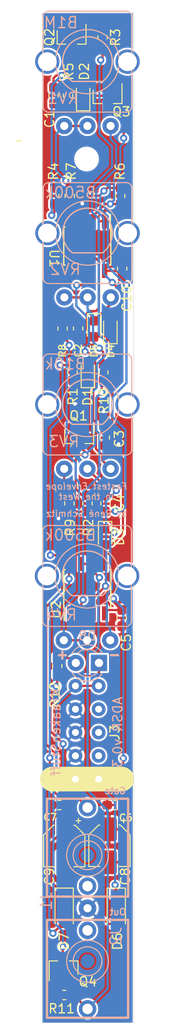
<source format=kicad_pcb>
(kicad_pcb (version 20240108) (generator "pcbnew") (generator_version "8.0")
  (layers (0 "F.Cu" signal) (31 "B.Cu" signal) (34 "B.Paste" user) (35 "F.Paste" user) (36 "B.SilkS" user "B.Silkscreen") (37 "F.SilkS" user "F.Silkscreen") (38 "B.Mask" user) (39 "F.Mask" user) (44 "Edge.Cuts" user))
  (net 0 "")
  (net 1 "Net-(C1-Pad1)")
  (net 2 "Net-(C1-Pad2)")
  (net 3 "GND")
  (net 4 "Net-(C2-Pad2)")
  (net 5 "Net-(C3-Pad2)")
  (net 6 "+12V")
  (net 7 "-12V")
  (net 8 "Net-(D1-Pad1)")
  (net 9 "Net-(D3-Pad1)")
  (net 10 "Net-(D4-Pad2)")
  (net 11 "Net-(D5-Pad1)")
  (net 12 "Net-(J1-PadT)")
  (net 13 "Net-(J1-PadTN)")
  (net 14 "Net-(J2-PadTN)")
  (net 15 "Net-(J2-PadT)")
  (net 16 "Net-(Q1-Pad3)")
  (net 17 "Net-(Q2-Pad1)")
  (net 18 "Net-(Q3-Pad3)")
  (net 19 "Net-(Q3-Pad1)")
  (net 20 "Net-(R7-Pad2)")
  (net 21 "Net-(R7-Pad1)")
  (net 22 "Net-(R8-Pad1)")
  (net 23 "Net-(R10-Pad1)")
  (net 24 "Net-(R10-Pad2)")
  (net 25 "Net-(RV3-Pad2)")
  (net 26 "Net-(RV3-Pad1)")
  (net 27 "Net-(D6-Pad1)")
  (net 28 "Net-(D7-Pad2)")
  (net 29 "Net-(R9-Pad1)")
  (net 30 "Net-(D8-Pad1)")
  (net 31 "Net-(D8-Pad2)")
  (net 32 "Net-(Q4-Pad1)")
  (net 33 "Net-(J3-Pad9)")
  (net 34 "Net-(J3-Pad7)")
  (net 35 "Net-(J3-Pad5)")
  (net 36 "Net-(J3-Pad3)")
  (net 37 "Net-(J3-Pad1)")
  (footprint "Capacitor_SMD:C_0603_1608Metric_Pad1.05x0.95mm_HandSolder" (layer "F.Cu") (at 41.977 106.323 180)
    (property "Reference" "C6")
    (property "Value" "100n")
  )
  (footprint "Diode_SMD:D_SOD-123" (layer "F.Cu") (at 42.1005 117.6264 -90)
    (property "Reference" "D6")
    (property "Value" "1N5819")
  )
  (footprint "Diode_SMD:D_SOD-123" (layer "F.Cu") (at 36.3982 117.6264 -90)
    (property "Reference" "D7")
    (property "Value" "1N5819")
  )
  (footprint "Package_SO:SOIC-8_3.9x4.9mm_P1.27mm" (layer "F.Cu") (at 38.9255 45.3771 -90)
    (property "Reference" "U1")
    (property "Value" "NE555")
  )
  (footprint "Resistor_SMD:R_0603_1608Metric_Pad1.05x0.95mm_HandSolder" (layer "F.Cu") (at 36.9697 73.4414 -90)
    (property "Reference" "R9")
    (property "Value" "4k7")
  )
  (footprint "Capacitor_SMD:CP_Elec_4x4.5" (layer "F.Cu") (at 36.403 110.79 -90)
    (property "Reference" "C9")
    (property "Value" "10u")
  )
  (footprint "Resistor_SMD:R_0603_1608Metric_Pad1.05x0.95mm_HandSolder" (layer "F.Cu") (at 40.6721 59.1566 90)
    (property "Reference" "R10")
    (property "Value" "100R")
  )
  (footprint "Capacitor_SMD:CP_Elec_4x4.5" (layer "F.Cu") (at 41.356 110.768 -90)
    (property "Reference" "C8")
    (property "Value" "10u")
  )
  (footprint "Capacitor_SMD:C_0603_1608Metric_Pad1.05x0.95mm_HandSolder" (layer "F.Cu") (at 35.881 106.323)
    (property "Reference" "C7")
    (property "Value" "100n")
  )
  (footprint "Package_SO:SOIC-8_3.9x4.9mm_P1.27mm" (layer "F.Cu") (at 38.9255 82.7278 90)
    (property "Reference" "U2")
    (property "Value" "LM358")
  )
  (footprint "Resistor_SMD:R_0603_1608Metric_Pad1.05x0.95mm_HandSolder" (layer "F.Cu") (at 36.2204 54.3687 90)
    (property "Reference" "R8")
    (property "Value" "100R")
  )
  (footprint "Resistor_SMD:R_0603_1608Metric_Pad1.05x0.95mm_HandSolder" (layer "F.Cu") (at 38.94455 73.4414 -90)
    (property "Reference" "R2")
    (property "Value" "4k7")
  )
  (footprint "Resistor_SMD:R_0603_1608Metric_Pad1.05x0.95mm_HandSolder" (layer "F.Cu") (at 37.3126 59.1566 90)
    (property "Reference" "R1")
    (property "Value" "10k")
  )
  (footprint "Resistor_SMD:R_0603_1608Metric_Pad1.05x0.95mm_HandSolder" (layer "F.Cu") (at 37.0078 39.9161 -90)
    (property "Reference" "R7")
    (property "Value" "100R")
  )
  (footprint "Resistor_SMD:R_0603_1608Metric_Pad1.05x0.95mm_HandSolder" (layer "F.Cu") (at 42.5323 39.9161 90)
    (property "Reference" "R6")
    (property "Value" "4k7")
  )
  (footprint "Diode_SMD:D_0603_1608Metric_Pad1.05x0.95mm_HandSolder" (layer "F.Cu") (at 39.668666 54.4137 -90)
    (property "Reference" "D5")
    (property "Value" "1n4148")
  )
  (footprint "Diode_SMD:D_0603_1608Metric_Pad1.05x0.95mm_HandSolder" (layer "F.Cu") (at 40.8794 77.0671 -90)
    (property "Reference" "D3")
    (property "Value" "1n4148")
  )
  (footprint "Capacitor_SMD:C_0603_1608Metric_Pad1.05x0.95mm_HandSolder" (layer "F.Cu") (at 35.2298 28.9695 90)
    (property "Reference" "C1")
    (property "Value" "10n")
  )
  (footprint "Capacitor_SMD:C_0603_1608Metric_Pad1.05x0.95mm_HandSolder" (layer "F.Cu") (at 37.924533 54.3687 90)
    (property "Reference" "C2")
    (property "Value" "10n")
  )
  (footprint "Diode_SMD:D_0603_1608Metric_Pad1.05x0.95mm_HandSolder" (layer "F.Cu") (at 38.99235 59.1566 90)
    (property "Reference" "D1")
    (property "Value" "1n4148")
  )
  (footprint "Capacitor_SMD:C_0603_1608Metric_Pad1.05x0.95mm_HandSolder" (layer "F.Cu") (at 42.6974 85.9409 -90)
    (property "Reference" "C5")
    (property "Value" "100n")
  )
  (footprint "Capacitor_SMD:C_0603_1608Metric_Pad1.05x0.95mm_HandSolder" (layer "F.Cu") (at 40.8432 66.2559 -90)
    (property "Reference" "C3")
    (property "Value" "2.2u")
  )
  (footprint "Diode_SMD:D_0603_1608Metric_Pad1.05x0.95mm_HandSolder" (layer "F.Cu") (at 38.4731 28.9695 90)
    (property "Reference" "D2")
    (property "Value" "1n4148")
  )
  (footprint "Resistor_SMD:R_0603_1608Metric_Pad1.05x0.95mm_HandSolder" (layer "F.Cu") (at 40.594 22.63 -90)
    (property "Reference" "R3")
    (property "Value" "22k")
  )
  (footprint "Capacitor_SMD:C_0603_1608Metric_Pad1.05x0.95mm_HandSolder" (layer "F.Cu") (at 42.7482 47.8409 90)
    (property "Reference" "C10")
    (property "Value" "100n")
  )
  (footprint "Capacitor_SMD:C_0603_1608Metric_Pad1.05x0.95mm_HandSolder" (layer "F.Cu") (at 40.9194 73.4414 -90)
    (property "Reference" "C4")
    (property "Value" "100n")
  )
  (footprint "Resistor_SMD:R_0603_1608Metric_Pad1.05x0.95mm_HandSolder" (layer "F.Cu") (at 36.83145 28.9695 -90)
    (property "Reference" "R5")
    (property "Value" "10k")
  )
  (footprint "Diode_SMD:D_0603_1608Metric_Pad1.05x0.95mm_HandSolder" (layer "F.Cu") (at 41.4528 54.3687 90)
    (property "Reference" "D4")
    (property "Value" "1n4148")
  )
  (footprint "Resistor_SMD:R_0603_1608Metric_Pad1.05x0.95mm_HandSolder" (layer "F.Cu") (at 36.4096 127.0381)
    (property "Reference" "R11")
    (property "Value" "100k")
  )
  (footprint "Resistor_SMD:R_0603_1608Metric_Pad1.05x0.95mm_HandSolder" (layer "F.Cu") (at 35.6362 91.1733 90)
    (property "Reference" "R12")
    (property "Value" "1k")
  )
  (footprint "MountingHole:MountingHole_2.2mm_M2" (layer "F.Cu") (at 38.8493 35.8902)
    (property "Reference" "~")
    (property "Value" "MountingHole_2.2mm_M2")
  )
  (footprint "Package_TO_SOT_SMD:SOT-23" (layer "F.Cu") (at 36.3322 124.0823 90)
    (property "Reference" "Q4")
    (property "Value" "MMBT3904")
  )
  (footprint "KraakenStuff:EuroHeader10" (layer "F.Cu") (at 38.9001 98.4123 180)
    (property "Reference" "J3")
    (property "Value" "EuroPower")
  )
  (footprint "Resistor_SMD:R_0603_1608Metric_Pad1.05x0.95mm_HandSolder" (layer "F.Cu") (at 35.3187 39.9161 90)
    (property "Reference" "R4")
    (property "Value" "4k7")
  )
  (footprint "Package_TO_SOT_SMD:SOT-23" (layer "F.Cu") (at 37.211 22.606 -90)
    (property "Reference" "Q2")
    (property "Value" "MMBT3904")
  )
  (footprint "Package_TO_SOT_SMD:SOT-23" (layer "F.Cu") (at 41.148 29.083 -90)
    (property "Reference" "Q3")
    (property "Value" "MMBT3904")
  )
  (footprint "Package_TO_SOT_SMD:SOT-23" (layer "F.Cu") (at 38.034 66.151 -90)
    (property "Reference" "Q1")
    (property "Value" "MMBT3904")
  )
  (footprint "KraakenStuff:PJ301M-12-NoHole" (layer "B.Cu") (at 38.9557 111.8094 -90)
    (property "Reference" "J1")
    (property "Value" "Gate")
  )
  (footprint "KraakenStuff:PJ301M-12-NoHole" (layer "B.Cu") (at 38.9557 123.341 90)
    (property "Reference" "J2")
    (property "Value" "Out")
  )
  (footprint "KraakenStuff:POT-9MM-ALPHA" (layer "B.Cu") (at 38.955863 43.963166)
    (property "Reference" "RV2")
    (property "Value" "B500k")
  )
  (footprint "KraakenStuff:POT-9MM-ALPHA" (layer "B.Cu") (at 38.943 25.273)
    (property "Reference" "RV1")
    (property "Value" "B1M")
  )
  (footprint "LED_THT:LED_D3.0mm" (layer "B.Cu") (at 40.2082 90.8304 180)
    (property "Reference" "D8")
    (property "Value" "LED")
  )
  (footprint "KraakenStuff:POT-9MM-ALPHA" (layer "B.Cu") (at 38.9001 81.3435)
    (property "Reference" "RV4")
    (property "Value" "B500k")
  )
  (footprint "KraakenStuff:POT-9MM-ALPHA" (layer "B.Cu") (at 38.9382 62.653332)
    (property "Reference" "RV3")
    (property "Value" "B10k")
  )
  (gr_line (start 44.0154 19.963) (end 44.0154 130.0593) (stroke (width 0.05)) (layer "Edge.Cuts"))
  (gr_line (start 34.0154 19.963) (end 44.0154 19.963) (stroke (width 0.05)) (layer "Edge.Cuts"))
  (gr_line (start 44.0154 130.0593) (end 34.0154 130.0593) (stroke (width 0.05)) (layer "Edge.Cuts"))
  (gr_line (start 34.0154 130.0593) (end 34.0154 19.963) (stroke (width 0.05)) (layer "Edge.Cuts"))
  (gr_text "by René Schmitz" (at 38.862 74.549 0) (layer "B.SilkS") (effects (font (size 0.7 0.7) (thickness 0.12)) (justify mirror)))
  (gr_text "Fastest Envelope\nin the West" (at 38.862 72.136 0) (layer "B.SilkS") (effects (font (size 0.7 0.7) (thickness 0.12) (italic yes)) (justify mirror)))
  (gr_text "-" (at 41.91 89.916 0) (layer "B.SilkS") (effects (font (size 1 1) (thickness 0.25))))
  (gr_text "KraakenStuff" (at 35.4838 98.386301 90) (layer "B.SilkS") (effects (font (size 1 1)) (justify mirror)))
  (gr_text "ADSR v0.3" (at 42.2529 98.3863 90) (layer "B.SilkS") (effects (font (size 1 1)) (justify mirror)))
  (gr_text "+" (at 36.195 89.916 0) (layer "B.SilkS") (effects (font (size 1 1) (thickness 0.25))))
  (segment (start 36.83145 29.8445) (end 38.4731 29.8445) (width 0.25) (layer "F.Cu") (net 1))
  (segment (start 35.2298 29.8445) (end 36.83145 29.8445) (width 0.25) (layer "F.Cu") (net 1))
  (segment (start 37.165 25.7127) (end 37.165 23.63) (width 0.25) (layer "F.Cu") (net 2))
  (segment (start 35.3187 41.7449) (end 35.0266 42.037) (width 0.25) (layer "F.Cu") (net 2))
  (segment (start 34.738989 52.587289) (end 34.738989 47.176011) (width 0.25) (layer "F.Cu") (net 2))
  (segment (start 34.738989 47.176011) (end 37.038 44.877) (width 0.25) (layer "F.Cu") (net 2))
  (segment (start 37.0205 44.8595) (end 37.0205 42.6771) (width 0.25) (layer "F.Cu") (net 2))
  (segment (start 35.3187 40.7911) (end 37.0205 42.4929) (width 0.25) (layer "F.Cu") (net 2))
  (segment (start 37.038 43.02) (end 37.038 42.5104) (width 0.25) (layer "F.Cu") (net 2))
  (segment (start 35.817772 41.290172) (end 35.3187 40.7911) (width 0.25) (layer "F.Cu") (net 2))
  (segment (start 36.2204 53.4937) (end 35.6454 53.4937) (width 0.25) (layer "F.Cu") (net 2))
  (segment (start 35.2298 27.082215) (end 35.540415 26.7716) (width 0.25) (layer "F.Cu") (net 2))
  (segment (start 35.540415 26.7716) (end 36.1061 26.7716) (width 0.25) (layer "F.Cu") (net 2))
  (segment (start 37.0205 42.4929) (end 37.0205 42.6771) (width 0.25) (layer "F.Cu") (net 2))
  (segment (start 37.038 44.877) (end 37.0205 44.8595) (width 0.25) (layer "F.Cu") (net 2))
  (segment (start 35.3187 40.7911) (end 35.3187 41.7449) (width 0.25) (layer "F.Cu") (net 2))
  (segment (start 36.1061 26.7716) (end 37.165 25.7127) (width 0.25) (layer "F.Cu") (net 2))
  (segment (start 35.6454 53.4937) (end 34.738989 52.587289) (width 0.25) (layer "F.Cu") (net 2))
  (segment (start 35.2298 28.0945) (end 35.2298 27.082215) (width 0.25) (layer "F.Cu") (net 2))
  (via (at 36.1061 26.7716) (size 0.8) (drill 0.4) (layers "F.Cu" "B.Cu") (net 2))
  (via (at 35.0266 42.037) (size 0.8) (drill 0.4) (layers "F.Cu" "B.Cu") (net 2))
  (segment (start 35.0266 42.037) (end 35.0266 27.8511) (width 0.25) (layer "B.Cu") (net 2))
  (segment (start 35.0266 27.8511) (end 36.1061 26.7716) (width 0.25) (layer "B.Cu") (net 2))
  (via (at 38.3794 40.7416) (size 0.8) (drill 0.4) (layers "F.Cu" "B.Cu") (net 3))
  (via (at 42.3418 66.9671) (size 0.8) (drill 0.4) (layers "F.Cu" "B.Cu") (net 3))
  (via (at 37.5666 62.5856) (size 0.8) (drill 0.4) (layers "F.Cu" "B.Cu") (net 3))
  (via (at 40.7162 63.4111) (size 0.8) (drill 0.4) (layers "F.Cu" "B.Cu") (net 3))
  (via (at 35.7759 75.0824) (size 0.8) (drill 0.4) (layers "F.Cu" "B.Cu") (net 3))
  (segment (start 36.903877 52.473044) (end 37.924533 53.4937) (width 0.25) (layer "F.Cu") (net 4))
  (segment (start 35.826883 52.473044) (end 36.903877 52.473044) (width 0.25) (layer "F.Cu") (net 4))
  (segment (start 37.0205 48.0771) (end 36.4705 48.0771) (width 0.25) (layer "F.Cu") (net 4))
  (segment (start 36.4705 48.0771) (end 35.188999 49.358601) (width 0.25) (layer "F.Cu") (net 4))
  (segment (start 35.188999 49.358601) (end 35.188999 51.83516) (width 0.25) (layer "F.Cu") (net 4))
  (segment (start 35.188999 51.83516) (end 35.826883 52.473044) (width 0.25) (layer "F.Cu") (net 4))
  (segment (start 38.868656 54.48869) (end 39.668666 55.2887) (width 0.25) (layer "F.Cu") (net 5))
  (segment (start 41.621902 77.9421) (end 42.838201 76.725801) (width 0.25) (layer "F.Cu") (net 5))
  (segment (start 38.868656 52.723744) (end 38.868656 54.48869) (width 0.25) (layer "F.Cu") (net 5))
  (segment (start 42.838201 68.550901) (end 42.838201 68.771601) (width 0.25) (layer "F.Cu") (net 5))
  (segment (start 40.8305 80.0278) (end 40.8305 77.991) (width 0.25) (layer "F.Cu") (net 5))
  (segment (start 40.203001 52.138699) (end 39.868656 52.473044) (width 0.25) (layer "F.Cu") (net 5))
  (segment (start 40.8305 77.991) (end 40.8794 77.9421) (width 0.25) (layer "F.Cu") (net 5))
  (segment (start 40.8432 67.1309) (end 41.4839 66.4902) (width 0.25) (layer "F.Cu") (net 5))
  (segment (start 40.8432 67.1309) (end 41.4182 67.1309) (width 0.25) (layer "F.Cu") (net 5))
  (segment (start 41.4528 55.2437) (end 39.713666 55.2437) (width 0.25) (layer "F.Cu") (net 5))
  (segment (start 39.828602 46.6852) (end 40.203001 47.059599) (width 0.25) (layer "F.Cu") (net 5))
  (segment (start 40.203001 47.059599) (end 40.203001 52.138699) (width 0.25) (layer "F.Cu") (net 5))
  (segment (start 38.2905 48.0771) (end 38.2905 47.0521) (width 0.25) (layer "F.Cu") (net 5))
  (segment (start 41.673736 56.089636) (end 41.673736 66.300364) (width 0.25) (layer "F.Cu") (net 5))
  (segment (start 40.8794 77.9421) (end 41.621902 77.9421) (width 0.25) (layer "F.Cu") (net 5))
  (segment (start 42.838201 76.725801) (end 42.838201 68.771601) (width 0.25) (layer "F.Cu") (net 5))
  (segment (start 38.6574 46.6852) (end 39.828602 46.6852) (width 0.25) (layer "F.Cu") (net 5))
  (segment (start 41.4528 55.8687) (end 41.673736 56.089636) (width 0.25) (layer "F.Cu") (net 5))
  (segment (start 39.119356 52.473044) (end 38.868656 52.723744) (width 0.25) (layer "F.Cu") (net 5))
  (segment (start 39.868656 52.473044) (end 39.119356 52.473044) (width 0.25) (layer "F.Cu") (net 5))
  (segment (start 39.713666 55.2437) (end 39.668666 55.2887) (width 0.25) (layer "F.Cu") (net 5))
  (segment (start 41.4182 67.1309) (end 42.838201 68.550901) (width 0.25) (layer "F.Cu") (net 5))
  (segment (start 41.4528 55.2437) (end 41.4528 55.8687) (width 0.25) (layer "F.Cu") (net 5))
  (segment (start 41.4839 66.4902) (end 41.64321 66.33089) (width 0.25) (layer "F.Cu") (net 5))
  (segment (start 38.2905 47.0521) (end 38.6574 46.6852) (width 0.25) (layer "F.Cu") (net 5))
  (segment (start 41.673736 66.300364) (end 41.4839 66.4902) (width 0.25) (layer "F.Cu") (net 5))
  (segment (start 34.9631 114.6913) (end 34.9631 114.5794) (width 0.25) (layer "F.Cu") (net 6))
  (segment (start 41.9775 74.3164) (end 41.9989 74.295) (width 0.25) (layer "F.Cu") (net 6))
  (segment (start 36.9316 81.661) (end 36.9316 80.1167) (width 0.25) (layer "F.Cu") (net 6))
  (segment (start 36.3982 115.9764) (end 36.2482 115.9764) (width 0.25) (layer "F.Cu") (net 6))
  (segment (start 35.6362 92.0483) (end 35.6362 93.2561) (width 0.25) (layer "F.Cu") (net 6))
  (segment (start 36.2482 115.9764) (end 34.9631 114.6913) (width 0.25) (layer "F.Cu") (net 6))
  (segment (start 36.9697 74.3164) (end 38.94455 74.3164) (width 0.25) (layer "F.Cu") (net 6))
  (segment (start 34.9631 114.5794) (end 34.9631 110.4299) (width 0.25) (layer "F.Cu") (net 6))
  (segment (start 40.8305 48.0771) (end 42.1094 48.0771) (width 0.25) (layer "F.Cu") (net 6))
  (segment (start 36.16871 39.89111) (end 40.23319 39.89111) (width 0.25) (layer "F.Cu") (net 6))
  (segment (start 38.94455 74.3164) (end 40.9194 74.3164) (width 0.25) (layer "F.Cu") (net 6))
  (segment (start 34.9631 110.4299) (end 36.403 108.99) (width 0.25) (layer "F.Cu") (net 6))
  (segment (start 36.403 108.99) (end 36.403 106.676) (width 0.25) (layer "F.Cu") (net 6))
  (segment (start 40.23319 39.89111) (end 40.354301 39.769999) (width 0.25) (layer "F.Cu") (net 6))
  (segment (start 42.7482 48.7159) (end 42.7482 49.1871) (width 0.25) (layer "F.Cu") (net 6))
  (segment (start 36.403 106.676) (end 36.756 106.323) (width 0.25) (layer "F.Cu") (net 6))
  (segment (start 40.354301 39.769999) (end 40.7543 39.37) (width 0.25) (layer "F.Cu") (net 6))
  (segment (start 35.6362 93.2561) (end 35.5219 93.3704) (width 0.25) (layer "F.Cu") (net 6))
  (segment (start 42.1094 48.0771) (end 42.7482 48.7159) (width 0.25) (layer "F.Cu") (net 6))
  (segment (start 34.8234 104.3904) (end 34.8234 101.1809) (width 0.25) (layer "F.Cu") (net 6))
  (segment (start 42.5323 39.0411) (end 41.0832 39.0411) (width 0.25) (layer "F.Cu") (net 6))
  (segment (start 36.9316 80.1167) (end 37.0205 80.0278) (width 0.25) (layer "F.Cu") (net 6))
  (segment (start 37.0205 80.0278) (end 37.0205 74.3672) (width 0.25) (layer "F.Cu") (net 6))
  (segment (start 36.756 106.323) (end 34.8234 104.3904) (width 0.25) (layer "F.Cu") (net 6))
  (segment (start 35.3187 39.0411) (end 36.16871 39.89111) (width 0.25) (layer "F.Cu") (net 6))
  (segment (start 37.0205 74.3672) (end 36.9697 74.3164) (width 0.25) (layer "F.Cu") (net 6))
  (segment (start 41.0832 39.0411) (end 40.7543 39.37) (width 0.25) (layer "F.Cu") (net 6))
  (segment (start 42.7482 49.1871) (end 43.2181 49.657) (width 0.25) (layer "F.Cu") (net 6))
  (segment (start 40.9194 74.3164) (end 41.9775 74.3164) (width 0.25) (layer "F.Cu") (net 6))
  (via (at 40.7543 39.37) (size 0.8) (drill 0.4) (layers "F.Cu" "B.Cu") (net 6))
  (via (at 34.8234 101.1809) (size 0.8) (drill 0.4) (layers "F.Cu" "B.Cu") (net 6))
  (via (at 35.5219 93.3704) (size 0.8) (drill 0.4) (layers "F.Cu" "B.Cu") (net 6))
  (via (at 41.9989 74.295) (size 0.8) (drill 0.4) (layers "F.Cu" "B.Cu") (net 6))
  (via (at 36.9316 81.661) (size 0.8) (drill 0.4) (layers "F.Cu" "B.Cu") (net 6))
  (via (at 43.2181 49.657) (size 0.8) (drill 0.4) (layers "F.Cu" "B.Cu") (net 6))
  (segment (start 41.174321 47.613221) (end 43.2181 49.657) (width 0.25) (layer "B.Cu") (net 6))
  (segment (start 42.6593 74.295) (end 43.110099 73.844201) (width 0.25) (layer "B.Cu") (net 6))
  (segment (start 36.9316 82.199562) (end 36.9316 81.661) (width 0.25) (layer "B.Cu") (net 6))
  (segment (start 43.110099 73.844201) (end 43.110099 65.411824) (width 0.25) (layer "B.Cu") (net 6))
  (segment (start 35.5219 93.3704) (end 34.956215 93.3704) (width 0.25) (layer "B.Cu") (net 6))
  (segment (start 43.2181 49.657) (end 43.2181 60.31473) (width 0.25) (layer "B.Cu") (net 6))
  (segment (start 40.354301 39.769999) (end 40.7543 39.37) (width 0.25) (layer "B.Cu") (net 6))
  (segment (start 41.174321 42.139092) (end 40.354301 41.319072) (width 0.25) (layer "B.Cu") (net 6))
  (segment (start 41.673736 61.859094) (end 41.673736 63.97546) (width 0.25) (layer "B.Cu") (net 6))
  (segment (start 34.8234 101.1809) (end 34.8234 93.345) (width 0.25) (layer "B.Cu") (net 6))
  (segment (start 41.9989 74.295) (end 42.6593 74.295) (width 0.25) (layer "B.Cu") (net 6))
  (segment (start 40.354301 41.319072) (end 40.354301 39.769999) (width 0.25) (layer "B.Cu") (net 6))
  (segment (start 34.956215 93.3704) (end 34.930815 93.345) (width 0.25) (layer "B.Cu") (net 6))
  (segment (start 43.110099 65.411824) (end 41.814488 64.116212) (width 0.25) (layer "B.Cu") (net 6))
  (segment (start 41.673736 63.97546) (end 41.814488 64.116212) (width 0.25) (layer "B.Cu") (net 6))
  (segment (start 34.930815 93.345) (end 34.8234 93.345) (width 0.25) (layer "B.Cu") (net 6))
  (segment (start 41.174321 42.139092) (end 41.174321 47.613221) (width 0.25) (layer "B.Cu") (net 6))
  (segment (start 43.2181 60.31473) (end 41.673736 61.859094) (width 0.25) (layer "B.Cu") (net 6))
  (segment (start 41.814488 64.116212) (end 41.4655 63.767225) (width 0.25) (layer "B.Cu") (net 6))
  (segment (start 34.8234 84.307762) (end 36.9316 82.199562) (width 0.25) (layer "B.Cu") (net 6))
  (segment (start 34.8234 93.345) (end 34.8234 84.307762) (width 0.25) (layer "B.Cu") (net 6))
  (segment (start 42.256 112.568) (end 42.852 111.972) (width 0.25) (layer "F.Cu") (net 7))
  (segment (start 42.6974 85.0659) (end 41.1924 85.0659) (width 0.25) (layer "F.Cu") (net 7))
  (segment (start 40.48529 118.51119) (end 40.48529 113.43871) (width 0.25) (layer "F.Cu") (net 7))
  (segment (start 42.852 111.972) (end 42.852 106.898) (width 0.25) (layer "F.Cu") (net 7))
  (segment (start 40.48529 113.43871) (end 41.356 112.568) (width 0.25) (layer "F.Cu") (net 7))
  (segment (start 41.356 112.568) (end 42.256 112.568) (width 0.25) (layer "F.Cu") (net 7))
  (segment (start 41.2505 119.2764) (end 40.48529 118.51119) (width 0.25) (layer "F.Cu") (net 7))
  (segment (start 41.7957 84.1642) (end 42.6974 85.0659) (width 0.25) (layer "F.Cu") (net 7))
  (segment (start 42.852 106.323) (end 42.852 101.2549) (width 0.25) (layer "F.Cu") (net 7))
  (segment (start 41.1924 85.0659) (end 40.8305 85.4278) (width 0.25) (layer "F.Cu") (net 7))
  (segment (start 42.852 106.898) (end 42.852 106.323) (width 0.25) (layer "F.Cu") (net 7))
  (segment (start 41.7957 83.82) (end 41.7957 84.1642) (width 0.25) (layer "F.Cu") (net 7))
  (segment (start 42.1005 119.2764) (end 41.2505 119.2764) (width 0.25) (layer "F.Cu") (net 7))
  (segment (start 42.852 101.2549) (end 42.8752 101.2317) (width 0.25) (layer "F.Cu") (net 7))
  (via (at 41.7957 83.82) (size 0.8) (drill 0.4) (layers "F.Cu" "B.Cu") (net 7))
  (via (at 42.8752 101.2317) (size 0.8) (drill 0.4) (layers "F.Cu" "B.Cu") (net 7))
  (segment (start 42.8752 101.2317) (end 42.8752 84.8995) (width 0.25) (layer "B.Cu") (net 7))
  (segment (start 42.8752 84.8995) (end 41.7957 83.82) (width 0.25) (layer "B.Cu") (net 7))
  (segment (start 39.1262 65.3059) (end 39.1262 60.16545) (width 0.25) (layer "F.Cu") (net 8))
  (segment (start 39.1262 60.16545) (end 38.99235 60.0316) (width 0.25) (layer "F.Cu") (net 8))
  (segment (start 38.99235 60.0316) (end 37.3126 60.0316) (width 0.25) (layer "F.Cu") (net 8))
  (segment (start 41.3064 76.6191) (end 40.8794 76.1921) (width 0.25) (layer "F.Cu") (net 9))
  (segment (start 41.8719 76.6191) (end 41.3064 76.6191) (width 0.25) (layer "F.Cu") (net 9))
  (via (at 41.8719 76.6191) (size 0.8) (drill 0.4) (layers "F.Cu" "B.Cu") (net 9))
  (segment (start 41.644401 82.119301) (end 41.434011 81.908911) (width 0.25) (layer "B.Cu") (net 9))
  (segment (start 41.644401 82.796401) (end 41.644401 82.119301) (width 0.25) (layer "B.Cu") (net 9))
  (segment (start 41.434011 77.056989) (end 41.8719 76.6191) (width 0.25) (layer "B.Cu") (net 9))
  (segment (start 41.434011 81.908911) (end 41.434011 77.056989) (width 0.25) (layer "B.Cu") (net 9))
  (segment (start 41.070699 86.711309) (end 41.070699 83.370103) (width 0.25) (layer "B.Cu") (net 9))
  (segment (start 41.452637 89.168543) (end 41.452637 87.893347) (width 0.25) (layer "B.Cu") (net 9))
  (segment (start 41.070699 83.370103) (end 41.644401 82.796401) (width 0.25) (layer "B.Cu") (net 9))
  (segment (start 41.439937 87.080547) (end 41.070699 86.711309) (width 0.25) (layer "B.Cu") (net 9))
  (segment (start 41.439937 88.355743) (end 41.439937 87.080547) (width 0.25) (layer "B.Cu") (net 9))
  (segment (start 41.4528 53.4937) (end 42.722401 52.224099) (width 0.25) (layer "F.Cu") (net 10))
  (segment (start 42.722401 52.224099) (end 42.722401 50.405901) (width 0.25) (layer "F.Cu") (net 10))
  (segment (start 42.722401 50.405901) (end 41.6687 49.3522) (width 0.25) (layer "F.Cu") (net 10))
  (via (at 41.6687 49.3522) (size 0.8) (drill 0.4) (layers "F.Cu" "B.Cu") (net 10))
  (segment (start 40.724311 48.407811) (end 41.6687 49.3522) (width 0.25) (layer "B.Cu") (net 10))
  (segment (start 39.904291 41.505472) (end 40.724311 42.325492) (width 0.25) (layer "B.Cu") (net 10))
  (segment (start 42.09331 36.957988) (end 39.904291 39.147007) (width 0.25) (layer "B.Cu") (net 10))
  (segment (start 41.482837 32.285243) (end 41.482837 33.727455) (width 0.25) (layer "B.Cu") (net 10))
  (segment (start 42.09331 34.337928) (end 42.09331 36.957988) (width 0.25) (layer "B.Cu") (net 10))
  (segment (start 41.482837 33.727455) (end 42.09331 34.337928) (width 0.25) (layer "B.Cu") (net 10))
  (segment (start 39.904291 39.147007) (end 39.904291 41.505472) (width 0.25) (layer "B.Cu") (net 10))
  (segment (start 40.724311 42.325492) (end 40.724311 48.407811) (width 0.25) (layer "B.Cu") (net 10))
  (segment (start 41.4957 51.711666) (end 41.4957 51.246343) (width 0.25) (layer "F.Cu") (net 11))
  (segment (start 39.668666 53.5387) (end 41.4957 51.711666) (width 0.25) (layer "F.Cu") (net 11))
  (segment (start 36.176938 82.954224) (end 34.9504 84.180762) (width 0.25) (layer "F.Cu") (net 12))
  (segment (start 35.941 58.3565) (end 37.2377 58.3565) (width 0.25) (layer "F.Cu") (net 12))
  (segment (start 34.8869 79.0829) (end 35.452585 79.0829) (width 0.25) (layer "F.Cu") (net 12))
  (segment (start 35.452585 79.0829) (end 36.176938 79.807253) (width 0.25) (layer "F.Cu") (net 12))
  (segment (start 34.4297 99.714198) (end 35.548401 100.832899) (width 0.25) (layer "F.Cu") (net 12))
  (segment (start 34.4297 84.6963) (end 34.4297 99.714198) (width 0.25) (layer "F.Cu") (net 12))
  (segment (start 36.176938 79.807253) (end 36.176938 82.954224) (width 0.25) (layer "F.Cu") (net 12))
  (segment (start 34.945238 84.180762) (end 34.4297 84.6963) (width 0.25) (layer "F.Cu") (net 12))
  (segment (start 35.548401 103.195101) (end 38.9557 106.6024) (width 0.25) (layer "F.Cu") (net 12))
  (segment (start 37.2377 58.3565) (end 37.3126 58.2816) (width 0.25) (layer "F.Cu") (net 12))
  (segment (start 35.548401 100.832899) (end 35.548401 103.195101) (width 0.25) (layer "F.Cu") (net 12))
  (segment (start 34.9504 84.180762) (end 34.945238 84.180762) (width 0.25) (layer "F.Cu") (net 12))
  (via (at 35.941 58.3565) (size 0.8) (drill 0.4) (layers "F.Cu" "B.Cu") (net 12))
  (via (at 34.8869 79.0829) (size 0.8) (drill 0.4) (layers "F.Cu" "B.Cu") (net 12))
  (segment (start 36.220001 63.993124) (end 36.220001 58.635501) (width 0.25) (layer "B.Cu") (net 12))
  (segment (start 35.076113 65.137013) (end 36.220001 63.993124) (width 0.25) (layer "B.Cu") (net 12))
  (segment (start 36.220001 58.635501) (end 35.941 58.3565) (width 0.25) (layer "B.Cu") (net 12))
  (segment (start 34.8869 65.326226) (end 35.076113 65.137013) (width 0.25) (layer "B.Cu") (net 12))
  (segment (start 34.8996 65.313525) (end 35.076113 65.137013) (width 0.25) (layer "B.Cu") (net 12))
  (segment (start 34.8869 79.0829) (end 34.8869 65.326226) (width 0.25) (layer "B.Cu") (net 12))
  (segment (start 37.4458 127.0381) (end 38.9557 128.548) (width 0.25) (layer "F.Cu") (net 15))
  (segment (start 39.5605 80.8228) (end 39.5605 80.0278) (width 0.25) (layer "F.Cu") (net 15))
  (segment (start 40.259 81.5213) (end 39.5605 80.8228) (width 0.25) (layer "F.Cu") (net 15))
  (segment (start 38.2905 80.0278) (end 39.5605 80.0278) (width 0.25) (layer "F.Cu") (net 15))
  (segment (start 37.2846 127.0381) (end 37.4458 127.0381) (width 0.25) (layer "F.Cu") (net 15))
  (via (at 40.259 81.5213) (size 0.8) (drill 0.4) (layers "F.Cu" "B.Cu") (net 15))
  (segment (start 39.071154 89.582444) (end 38.9557 89.697898) (width 0.25) (layer "B.Cu") (net 15))
  (segment (start 40.259 81.5213) (end 40.139338 81.640962) (width 0.25) (layer "B.Cu") (net 15))
  (segment (start 38.9557 104.692902) (end 38.9557 91.1908) (width 0.25) (layer "B.Cu") (net 15))
  (segment (start 41.1607 106.897902) (end 38.9557 104.692902) (width 0.25) (layer "B.Cu") (net 15))
  (segment (start 38.9557 91.1908) (end 38.9557 90.9241) (width 0.25) (layer "B.Cu") (net 15))
  (segment (start 39.728956 89.582444) (end 39.071154 89.582444) (width 0.25) (layer "B.Cu") (net 15))
  (segment (start 38.9557 89.697898) (end 38.9557 91.1908) (width 0.25) (layer "B.Cu") (net 15))
  (segment (start 38.9557 128.548) (end 41.1607 126.343) (width 0.25) (layer "B.Cu") (net 15))
  (segment (start 40.139338 81.640962) (end 40.139338 89.172062) (width 0.25) (layer "B.Cu") (net 15))
  (segment (start 41.1607 126.343) (end 41.1607 106.897902) (width 0.25) (layer "B.Cu") (net 15))
  (segment (start 40.139338 89.172062) (end 39.728956 89.582444) (width 0.25) (layer "B.Cu") (net 15))
  (segment (start 37.6555 68.611215) (end 38.118515 68.1482) (width 0.25) (layer "F.Cu") (net 16))
  (segment (start 38.118515 68.1482) (end 38.6842 68.1482) (width 0.25) (layer "F.Cu") (net 16))
  (segment (start 40.594 23.505) (end 40.594 24.8999) (width 0.25) (layer "F.Cu") (net 16))
  (segment (start 38.6842 68.1482) (end 38.6842 67.8139) (width 0.25) (layer "F.Cu") (net 16))
  (segment (start 38.6842 67.8139) (end 38.1762 67.3059) (width 0.25) (layer "F.Cu") (net 16))
  (segment (start 38.36955 72.5664) (end 37.6555 71.85235) (width 0.25) (layer "F.Cu") (net 16))
  (segment (start 37.6555 71.85235) (end 37.6555 68.611215) (width 0.25) (layer "F.Cu") (net 16))
  (segment (start 40.594 24.8999) (end 40.3987 25.0952) (width 0.25) (layer "F.Cu") (net 16))
  (segment (start 38.94455 72.5664) (end 38.36955 72.5664) (width 0.25) (layer "F.Cu") (net 16))
  (via (at 38.6842 68.1482) (size 0.8) (drill 0.4) (layers "F.Cu" "B.Cu") (net 16))
  (via (at 40.3987 25.0952) (size 0.8) (drill 0.4) (layers "F.Cu" "B.Cu") (net 16))
  (segment (start 41.0591 55.8673) (end 40.207801 55.016001) (width 0.25) (layer "B.Cu") (net 16))
  (segment (start 39.966501 60.789097) (end 39.966501 58.254501) (width 0.25) (layer "B.Cu") (net 16))
  (segment (start 39.453391 61.302207) (end 39.966501 60.789097) (width 0.25) (layer "B.Cu") (net 16))
  (segment (start 41.0591 57.161902) (end 41.0591 55.8673) (width 0.25) (layer "B.Cu") (net 16))
  (segment (start 40.207801 55.016001) (end 40.182401 55.016001) (width 0.25) (layer "B.Cu") (net 16))
  (segment (start 38.6842 68.1482) (end 39.801326 67.031074) (width 0.25) (layer "B.Cu") (net 16))
  (segment (start 40.3987 25.660885) (end 40.3987 25.0952) (width 0.25) (layer "B.Cu") (net 16))
  (segment (start 41.6433 36.771588) (end 41.6433 34.524328) (width 0.25) (layer "B.Cu") (net 16))
  (segment (start 39.453391 65.693001) (end 39.453391 61.302207) (width 0.25) (layer "B.Cu") (net 16))
  (segment (start 40.182401 42.419992) (end 39.454282 41.691873) (width 0.25) (layer "B.Cu") (net 16))
  (segment (start 40.256136 25.803449) (end 40.3987 25.660885) (width 0.25) (layer "B.Cu") (net 16))
  (segment (start 41.6433 34.524328) (end 40.256136 33.137164) (width 0.25) (layer "B.Cu") (net 16))
  (segment (start 40.182401 55.016001) (end 40.182401 42.419992) (width 0.25) (layer "B.Cu") (net 16))
  (segment (start 39.801326 66.040936) (end 39.453391 65.693001) (width 0.25) (layer "B.Cu") (net 16))
  (segment (start 39.454281 38.960607) (end 41.6433 36.771588) (width 0.25) (layer "B.Cu") (net 16))
  (segment (start 40.256136 33.137164) (end 40.256136 25.803449) (width 0.25) (layer "B.Cu") (net 16))
  (segment (start 39.454282 41.691873) (end 39.454281 38.960607) (width 0.25) (layer "B.Cu") (net 16))
  (segment (start 39.966501 58.254501) (end 41.0591 57.161902) (width 0.25) (layer "B.Cu") (net 16))
  (segment (start 39.801326 67.031074) (end 39.801326 66.040936) (width 0.25) (layer "B.Cu") (net 16))
  (segment (start 38.115 21.68) (end 40.519 21.68) (width 0.25) (layer "F.Cu") (net 17))
  (segment (start 40.519 21.68) (end 40.594 21.755) (width 0.25) (layer "F.Cu") (net 17))
  (segment (start 39.578 42.545) (end 39.578 43.02) (width 0.25) (layer "F.Cu") (net 18))
  (segment (start 42.9133 31.7332) (end 42.9133 33.6169) (width 0.25) (layer "F.Cu") (net 18))
  (segment (start 41.449311 40.7911) (end 40.883626 40.7911) (width 0.25) (layer "F.Cu") (net 18))
  (segment (start 41.2496 30.0195) (end 41.2496 30.0695) (width 0.25) (layer "F.Cu") (net 18))
  (segment (start 39.5605 42.114226) (end 39.5605 42.6771) (width 0.25) (layer "F.Cu") (net 18))
  (segment (start 42.5323 40.7911) (end 41.3319 40.7911) (width 0.25) (layer "F.Cu") (net 18))
  (segment (start 40.883626 40.7911) (end 39.5605 42.114226) (width 0.25) (layer "F.Cu") (net 18))
  (segment (start 41.2496 30.0695) (end 42.9133 31.7332) (width 0.25) (layer "F.Cu") (net 18))
  (via (at 42.9133 33.6169) (size 0.8) (drill 0.4) (layers "F.Cu" "B.Cu") (net 18))
  (via (at 41.449311 40.7911) (size 0.8) (drill 0.4) (layers "F.Cu" "B.Cu") (net 18))
  (segment (start 41.449311 40.7911) (end 41.84931 40.391101) (width 0.25) (layer "B.Cu") (net 18))
  (segment (start 42.9133 33.6169) (end 42.9133 34.163) (width 0.25) (layer "B.Cu") (net 18))
  (segment (start 42.9133 34.163) (end 42.543319 34.532981) (width 0.25) (layer "B.Cu") (net 18))
  (segment (start 41.84931 37.97301) (end 42.543318 37.279002) (width 0.25) (layer "B.Cu") (net 18))
  (segment (start 41.84931 40.391101) (end 41.84931 37.97301) (width 0.25) (layer "B.Cu") (net 18))
  (segment (start 42.543319 34.532981) (end 42.543318 37.279002) (width 0.25) (layer "B.Cu") (net 18))
  (segment (start 41.27461 28.99449) (end 42.1996 28.0695) (width 0.25) (layer "F.Cu") (net 19))
  (segment (start 42.1996 28.0695) (end 42.1996 28.0195) (width 0.25) (layer "F.Cu") (net 19))
  (segment (start 37.73144 28.99449) (end 41.27461 28.99449) (width 0.25) (layer "F.Cu") (net 19))
  (segment (start 36.83145 28.0945) (end 37.73144 28.99449) (width 0.25) (layer "F.Cu") (net 19))
  (segment (start 37.0078 40.7911) (end 38.2905 42.0738) (width 0.25) (layer "F.Cu") (net 20))
  (segment (start 38.2905 42.0738) (end 38.2905 42.6771) (width 0.25) (layer "F.Cu") (net 20))
  (segment (start 36.402837 32.285243) (end 38.942837 32.285243) (width 0.25) (layer "F.Cu") (net 21))
  (segment (start 37.0078 39.0411) (end 37.0078 38.6842) (width 0.25) (layer "F.Cu") (net 21))
  (segment (start 37.0078 38.6842) (end 36.576 38.2524) (width 0.25) (layer "F.Cu") (net 21))
  (via (at 36.576 38.2524) (size 0.8) (drill 0.4) (layers "F.Cu" "B.Cu") (net 21))
  (segment (start 35.501138 37.177538) (end 36.176001 37.852401) (width 0.25) (layer "B.Cu") (net 21))
  (segment (start 35.501138 33.186942) (end 35.501138 37.177538) (width 0.25) (layer "B.Cu") (net 21))
  (segment (start 36.576 32.458406) (end 36.402837 32.285243) (width 0.25) (layer "B.Cu") (net 21))
  (segment (start 36.402837 32.285243) (end 35.501138 33.186942) (width 0.25) (layer "B.Cu") (net 21))
  (segment (start 36.176001 37.852401) (end 36.576 38.2524) (width 0.25) (layer "B.Cu") (net 21))
  (segment (start 36.9316 56.1975) (end 36.9316 55.9549) (width 0.25) (layer "F.Cu") (net 22))
  (segment (start 37.635133 88.355743) (end 38.899937 88.355743) (width 0.25) (layer "F.Cu") (net 22))
  (segment (start 36.9316 55.9549) (end 36.2204 55.2437) (width 0.25) (layer "F.Cu") (net 22))
  (segment (start 36.359937 88.355743) (end 37.635133 88.355743) (width 0.25) (layer "F.Cu") (net 22))
  (via (at 36.9316 56.1975) (size 0.8) (drill 0.4) (layers "F.Cu" "B.Cu") (net 22))
  (segment (start 38.01829 83.12701) (end 38.01829 71.085551) (width 0.25) (layer "B.Cu") (net 22))
  (segment (start 36.9316 57.0865) (end 36.9316 56.1975) (width 0.25) (layer "B.Cu") (net 22))
  (segment (start 37.656601 69.012901) (end 36.670011 68.026311) (width 0.25) (layer "B.Cu") (net 22))
  (segment (start 37.656601 70.723862) (end 37.656601 69.012901) (width 0.25) (layer "B.Cu") (net 22))
  (segment (start 37.8079 83.3374) (end 38.01829 83.12701) (width 0.25) (layer "B.Cu") (net 22))
  (segment (start 36.359937 84.785363) (end 37.8079 83.3374) (width 0.25) (layer "B.Cu") (net 22))
  (segment (start 36.670011 68.026311) (end 36.670011 57.348089) (width 0.25) (layer "B.Cu") (net 22))
  (segment (start 36.670011 57.348089) (end 36.9316 57.0865) (width 0.25) (layer "B.Cu") (net 22))
  (segment (start 38.01829 71.085551) (end 37.656601 70.723862) (width 0.25) (layer "B.Cu") (net 22))
  (segment (start 36.359937 88.355743) (end 36.359937 84.785363) (width 0.25) (layer "B.Cu") (net 22))
  (segment (start 40.513 60.1907) (end 40.6721 60.0316) (width 0.25) (layer "F.Cu") (net 23))
  (segment (start 40.907401 60.266901) (end 40.6721 60.0316) (width 0.25) (layer "F.Cu") (net 23))
  (segment (start 38.2905 84.1248) (end 38.4683 83.947) (width 0.25) (layer "F.Cu") (net 23))
  (segment (start 40.513 61.3156) (end 40.513 60.1907) (width 0.25) (layer "F.Cu") (net 23))
  (segment (start 38.2905 85.4278) (end 38.2905 84.1248) (width 0.25) (layer "F.Cu") (net 23))
  (segment (start 37.0205 85.4278) (end 38.2905 85.4278) (width 0.25) (layer "F.Cu") (net 23))
  (via (at 38.4683 83.947) (size 0.8) (drill 0.4) (layers "F.Cu" "B.Cu") (net 23))
  (via (at 40.513 61.3156) (size 0.8) (drill 0.4) (layers "F.Cu" "B.Cu") (net 23))
  (segment (start 38.4683 83.947) (end 38.4683 72.2249) (width 0.25) (layer "B.Cu") (net 23))
  (segment (start 38.4683 72.2249) (end 40.251336 70.441864) (width 0.25) (layer "B.Cu") (net 23))
  (segment (start 39.9034 65.5066) (end 39.9034 61.9252) (width 0.25) (layer "B.Cu") (net 23))
  (segment (start 40.251336 65.854536) (end 39.9034 65.5066) (width 0.25) (layer "B.Cu") (net 23))
  (segment (start 39.9034 61.9252) (end 40.513 61.3156) (width 0.25) (layer "B.Cu") (net 23))
  (segment (start 40.251336 70.441864) (end 40.251336 65.854536) (width 0.25) (layer "B.Cu") (net 23))
  (segment (start 40.6721 57.7282) (end 40.6721 58.2816) (width 0.25) (layer "F.Cu") (net 24))
  (segment (start 40.6721 56.9408) (end 40.2463 56.515) (width 0.25) (layer "F.Cu") (net 24))
  (segment (start 40.6721 58.2816) (end 40.6721 56.9408) (width 0.25) (layer "F.Cu") (net 24))
  (segment (start 38.9557 50.975409) (end 37.680504 50.975409) (width 0.25) (layer "F.Cu") (net 24))
  (segment (start 37.680504 50.975409) (end 36.4157 50.975409) (width 0.25) (layer "F.Cu") (net 24))
  (via (at 40.2463 56.515) (size 0.8) (drill 0.4) (layers "F.Cu" "B.Cu") (net 24))
  (segment (start 39.5605 53.126339) (end 39.5605 53.2511) (width 0.25) (layer "B.Cu") (net 24))
  (segment (start 38.9557 52.250605) (end 39.5605 52.855405) (width 0.25) (layer "B.Cu") (net 24))
  (segment (start 39.5605 53.2511) (end 39.5605 55.4609) (width 0.25) (layer "B.Cu") (net 24))
  (segment (start 39.5605 55.4609) (end 39.5605 55.8292) (width 0.25) (layer "B.Cu") (net 24))
  (segment (start 38.9557 52.521539) (end 39.5605 53.126339) (width 0.25) (layer "B.Cu") (net 24))
  (segment (start 38.9557 50.975409) (end 38.9557 52.250605) (width 0.25) (layer "B.Cu") (net 24))
  (segment (start 39.5605 52.855405) (end 39.5605 53.2511) (width 0.25) (layer "B.Cu") (net 24))
  (segment (start 39.5605 55.8292) (end 40.2463 56.515) (width 0.25) (layer "B.Cu") (net 24))
  (segment (start 39.5605 83.8073) (end 39.5605 85.4278) (width 0.25) (layer "F.Cu") (net 25))
  (segment (start 41.512944 71.434144) (end 42.1132 72.0344) (width 0.25) (layer "F.Cu") (net 25))
  (segment (start 40.9194 82.4484) (end 39.5605 83.8073) (width 0.25) (layer "F.Cu") (net 25))
  (segment (start 40.706606 71.434144) (end 38.938037 69.665575) (width 0.25) (layer "F.Cu") (net 25))
  (segment (start 41.512944 71.434144) (end 40.706606 71.434144) (width 0.25) (layer "F.Cu") (net 25))
  (via (at 42.1132 72.0344) (size 0.8) (drill 0.4) (layers "F.Cu" "B.Cu") (net 25))
  (via (at 40.9194 82.4484) (size 0.8) (drill 0.4) (layers "F.Cu" "B.Cu") (net 25))
  (segment (start 40.984001 82.383799) (end 40.9194 82.4484) (width 0.25) (layer "B.Cu") (net 25))
  (segment (start 42.1132 72.0344) (end 40.984001 73.163599) (width 0.25) (layer "B.Cu") (net 25))
  (segment (start 40.984001 73.163599) (end 40.984001 82.383799) (width 0.25) (layer "B.Cu") (net 25))
  (segment (start 39.87209 67.4803) (end 40.576338 68.184548) (width 0.25) (layer "F.Cu") (net 26))
  (segment (start 39.57621 61.05859) (end 39.57621 64.320908) (width 0.25) (layer "F.Cu") (net 26))
  (segment (start 37.7698 49.657) (end 38.4556 49.657) (width 0.25) (layer "F.Cu") (net 26))
  (segment (start 39.79236 60.45526) (end 39.79236 57.7611) (width 0.25) (layer "F.Cu") (net 26))
  (segment (start 38.4556 49.657) (end 39.5605 48.5521) (width 0.25) (layer "F.Cu") (net 26))
  (segment (start 39.82041 60.48331) (end 39.79236 60.45526) (width 0.25) (layer "F.Cu") (net 26))
  (segment (start 39.57621 64.320908) (end 39.87209 64.616788) (width 0.25) (layer "F.Cu") (net 26))
  (segment (start 39.5605 48.5521) (end 39.5605 48.0771) (width 0.25) (layer "F.Cu") (net 26))
  (segment (start 39.82041 60.81439) (end 39.82041 60.48331) (width 0.25) (layer "F.Cu") (net 26))
  (segment (start 38.91456 56.8833) (end 39.61853 57.58727) (width 0.25) (layer "F.Cu") (net 26))
  (segment (start 38.6842 56.8833) (end 38.91456 56.8833) (width 0.25) (layer "F.Cu") (net 26))
  (segment (start 39.82041 60.81439) (end 39.57621 61.05859) (width 0.25) (layer "F.Cu") (net 26))
  (segment (start 39.79236 57.7611) (end 39.61853 57.58727) (width 0.25) (layer "F.Cu") (net 26))
  (segment (start 39.87209 64.616788) (end 39.87209 67.4803) (width 0.25) (layer "F.Cu") (net 26))
  (segment (start 40.576338 68.763876) (end 41.478037 69.665575) (width 0.25) (layer "F.Cu") (net 26))
  (segment (start 40.576338 68.184548) (end 40.576338 68.763876) (width 0.25) (layer "F.Cu") (net 26))
  (via (at 38.6842 56.8833) (size 0.8) (drill 0.4) (layers "F.Cu" "B.Cu") (net 26))
  (via (at 37.7698 49.657) (size 0.8) (drill 0.4) (layers "F.Cu" "B.Cu") (net 26))
  (segment (start 39.11049 53.312739) (end 37.728999 51.931248) (width 0.25) (layer "B.Cu") (net 26))
  (segment (start 38.6842 56.4515) (end 39.11049 56.02521) (width 0.25) (layer "B.Cu") (net 26))
  (segment (start 37.728999 50.657526) (end 37.728999 49.697801) (width 0.25) (layer "B.Cu") (net 26))
  (segment (start 38.6842 56.8833) (end 38.6842 56.4515) (width 0.25) (layer "B.Cu") (net 26))
  (segment (start 37.728999 49.697801) (end 37.7698 49.657) (width 0.25) (layer "B.Cu") (net 26))
  (segment (start 39.11049 56.02521) (end 39.11049 53.312739) (width 0.25) (layer "B.Cu") (net 26))
  (segment (start 37.728999 51.931248) (end 37.728999 50.657526) (width 0.25) (layer "B.Cu") (net 26))
  (segment (start 42.1005 115.1636) (end 41.9735 115.0366) (width 0.25) (layer "F.Cu") (net 27))
  (segment (start 37.6301 103.4923) (end 38.70773 103.4923) (width 0.25) (layer "F.Cu") (net 27))
  (segment (start 38.70773 103.4923) (end 40.1701 103.4923) (width 0.25) (layer "F.Cu") (net 27))
  (segment (start 42.1005 115.9764) (end 42.1005 115.1636) (width 0.25) (layer "F.Cu") (net 27))
  (via (at 41.9735 115.0366) (size 0.8) (drill 0.4) (layers "F.Cu" "B.Cu") (net 27))
  (segment (start 41.9735 106.0029) (end 41.9735 115.0366) (width 0.25) (layer "B.Cu") (net 27))
  (segment (start 40.1828 103.1748) (end 40.1828 104.1868) (width 0.25) (layer "B.Cu") (net 27))
  (segment (start 40.1828 104.1868) (end 41.9862 105.9902) (width 0.25) (layer "B.Cu") (net 27))
  (segment (start 41.9862 105.9902) (end 41.9735 106.0029) (width 0.25) (layer "B.Cu") (net 27))
  (segment (start 36.197 119.2764) (end 35.1663 120.3071) (width 0.25) (layer "F.Cu") (net 28))
  (segment (start 38.70773 93.3323) (end 40.1701 93.3323) (width 0.25) (layer "F.Cu") (net 28))
  (segment (start 37.6301 93.3323) (end 38.70773 93.3323) (width 0.25) (layer "F.Cu") (net 28))
  (segment (start 36.3982 119.2764) (end 36.197 119.2764) (width 0.25) (layer "F.Cu") (net 28))
  (via (at 35.1663 120.3071) (size 0.8) (drill 0.4) (layers "F.Cu" "B.Cu") (net 28))
  (segment (start 35.1663 120.3071) (end 34.766301 119.907101) (width 0.25) (layer "B.Cu") (net 28))
  (segment (start 34.766301 104.781299) (end 35.548401 103.999199) (width 0.25) (layer "B.Cu") (net 28))
  (segment (start 35.548401 103.999199) (end 35.548401 95.413999) (width 0.25) (layer "B.Cu") (net 28))
  (segment (start 34.766301 119.907101) (end 34.766301 104.781299) (width 0.25) (layer "B.Cu") (net 28))
  (segment (start 37.6301 93.3323) (end 35.548401 95.413999) (width 0.25) (layer "B.Cu") (net 28))
  (segment (start 36.398037 71.994737) (end 36.9697 72.5664) (width 0.25) (layer "F.Cu") (net 29))
  (segment (start 36.398037 69.665575) (end 36.398037 71.994737) (width 0.25) (layer "F.Cu") (net 29))
  (segment (start 34.87971 95.39689) (end 34.87971 98.263209) (width 0.25) (layer "F.Cu") (net 30))
  (segment (start 37.108339 92.245299) (end 36.543099 92.810539) (width 0.25) (layer "F.Cu") (net 30))
  (segment (start 36.543099 92.810539) (end 36.543099 93.733501) (width 0.25) (layer "F.Cu") (net 30))
  (segment (start 34.87971 98.263209) (end 36.273401 99.6569) (width 0.25) (layer "F.Cu") (net 30))
  (segment (start 36.2331 122.9832) (end 36.3322 123.0823) (width 0.25) (layer "F.Cu") (net 30))
  (segment (start 36.543099 93.733501) (end 34.87971 95.39689) (width 0.25) (layer "F.Cu") (net 30))
  (segment (start 36.2331 121.7549) (end 36.2331 122.9832) (width 0.25) (layer "F.Cu") (net 30))
  (segment (start 39.943301 92.245299) (end 37.108339 92.245299) (width 0.25) (layer "F.Cu") (net 30))
  (segment (start 40.2082 90.8304) (end 40.2082 91.9804) (width 0.25) (layer "F.Cu") (net 30))
  (segment (start 40.2082 91.9804) (end 39.943301 92.245299) (width 0.25) (layer "F.Cu") (net 30))
  (via (at 36.273401 99.6569) (size 0.8) (drill 0.4) (layers "F.Cu" "B.Cu") (net 30))
  (via (at 36.2331 121.7549) (size 0.8) (drill 0.4) (layers "F.Cu" "B.Cu") (net 30))
  (segment (start 36.273401 103.910609) (end 35.216311 104.967699) (width 0.25) (layer "B.Cu") (net 30))
  (segment (start 35.216311 119.074411) (end 36.273401 120.131501) (width 0.25) (layer "B.Cu") (net 30))
  (segment (start 36.273401 120.131501) (end 36.273401 121.714599) (width 0.25) (layer "B.Cu") (net 30))
  (segment (start 35.216311 104.967699) (end 35.216311 119.074411) (width 0.25) (layer "B.Cu") (net 30))
  (segment (start 36.273401 121.714599) (end 36.2331 121.7549) (width 0.25) (layer "B.Cu") (net 30))
  (segment (start 36.273401 99.6569) (end 36.273401 103.910609) (width 0.25) (layer "B.Cu") (net 30))
  (segment (start 35.6362 90.2983) (end 37.1361 90.2983) (width 0.25) (layer "F.Cu") (net 31))
  (segment (start 37.1361 90.2983) (end 37.6682 90.8304) (width 0.25) (layer "F.Cu") (net 31))
  (segment (start 35.3822 126.8857) (end 35.5346 127.0381) (width 0.25) (layer "F.Cu") (net 32))
  (segment (start 35.3822 125.0823) (end 35.3822 126.8857) (width 0.25) (layer "F.Cu") (net 32))
  (zone (net 3) (net_name "GND") (layer "F.Cu") (connect_pads (clearance 0.1)) (min_thickness 0.1) (fill yes (thermal_gap 0.254) (thermal_bridge_width 0.254))
    (polygon (pts (xy 33.99 19.963) (xy 43.896 19.963) (xy 43.896 130.072) (xy 33.99 130.072)))
  )
  (zone (net 3) (net_name "GND") (layer "B.Cu") (connect_pads (clearance 0.1)) (min_thickness 0.1) (fill yes (thermal_gap 0.254) (thermal_bridge_width 0.254))
    (polygon (pts (xy 33.99 19.963) (xy 43.896 19.963) (xy 43.896 130.072) (xy 33.99 130.072)))
  )
)
</source>
